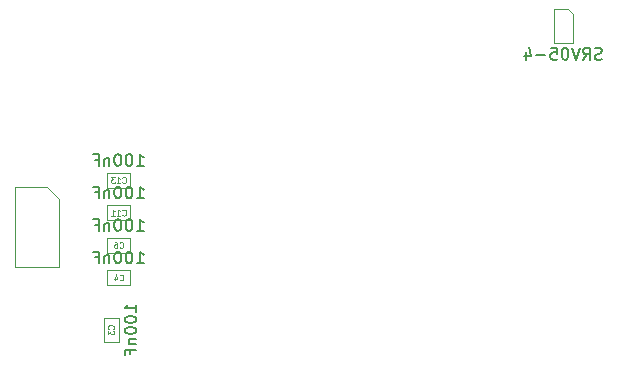
<source format=gbr>
%TF.GenerationSoftware,KiCad,Pcbnew,9.0.2*%
%TF.CreationDate,2025-09-24T13:25:18+05:30*%
%TF.ProjectId,UNO STEMc3.1,554e4f20-5354-4454-9d63-332e312e6b69,rev?*%
%TF.SameCoordinates,Original*%
%TF.FileFunction,AssemblyDrawing,Bot*%
%FSLAX46Y46*%
G04 Gerber Fmt 4.6, Leading zero omitted, Abs format (unit mm)*
G04 Created by KiCad (PCBNEW 9.0.2) date 2025-09-24 13:25:18*
%MOMM*%
%LPD*%
G01*
G04 APERTURE LIST*
%ADD10C,0.150000*%
%ADD11C,0.080000*%
%ADD12C,0.100000*%
G04 APERTURE END LIST*
D10*
X90527619Y-113894819D02*
X91099047Y-113894819D01*
X90813333Y-113894819D02*
X90813333Y-112894819D01*
X90813333Y-112894819D02*
X90908571Y-113037676D01*
X90908571Y-113037676D02*
X91003809Y-113132914D01*
X91003809Y-113132914D02*
X91099047Y-113180533D01*
X89908571Y-112894819D02*
X89813333Y-112894819D01*
X89813333Y-112894819D02*
X89718095Y-112942438D01*
X89718095Y-112942438D02*
X89670476Y-112990057D01*
X89670476Y-112990057D02*
X89622857Y-113085295D01*
X89622857Y-113085295D02*
X89575238Y-113275771D01*
X89575238Y-113275771D02*
X89575238Y-113513866D01*
X89575238Y-113513866D02*
X89622857Y-113704342D01*
X89622857Y-113704342D02*
X89670476Y-113799580D01*
X89670476Y-113799580D02*
X89718095Y-113847200D01*
X89718095Y-113847200D02*
X89813333Y-113894819D01*
X89813333Y-113894819D02*
X89908571Y-113894819D01*
X89908571Y-113894819D02*
X90003809Y-113847200D01*
X90003809Y-113847200D02*
X90051428Y-113799580D01*
X90051428Y-113799580D02*
X90099047Y-113704342D01*
X90099047Y-113704342D02*
X90146666Y-113513866D01*
X90146666Y-113513866D02*
X90146666Y-113275771D01*
X90146666Y-113275771D02*
X90099047Y-113085295D01*
X90099047Y-113085295D02*
X90051428Y-112990057D01*
X90051428Y-112990057D02*
X90003809Y-112942438D01*
X90003809Y-112942438D02*
X89908571Y-112894819D01*
X88956190Y-112894819D02*
X88860952Y-112894819D01*
X88860952Y-112894819D02*
X88765714Y-112942438D01*
X88765714Y-112942438D02*
X88718095Y-112990057D01*
X88718095Y-112990057D02*
X88670476Y-113085295D01*
X88670476Y-113085295D02*
X88622857Y-113275771D01*
X88622857Y-113275771D02*
X88622857Y-113513866D01*
X88622857Y-113513866D02*
X88670476Y-113704342D01*
X88670476Y-113704342D02*
X88718095Y-113799580D01*
X88718095Y-113799580D02*
X88765714Y-113847200D01*
X88765714Y-113847200D02*
X88860952Y-113894819D01*
X88860952Y-113894819D02*
X88956190Y-113894819D01*
X88956190Y-113894819D02*
X89051428Y-113847200D01*
X89051428Y-113847200D02*
X89099047Y-113799580D01*
X89099047Y-113799580D02*
X89146666Y-113704342D01*
X89146666Y-113704342D02*
X89194285Y-113513866D01*
X89194285Y-113513866D02*
X89194285Y-113275771D01*
X89194285Y-113275771D02*
X89146666Y-113085295D01*
X89146666Y-113085295D02*
X89099047Y-112990057D01*
X89099047Y-112990057D02*
X89051428Y-112942438D01*
X89051428Y-112942438D02*
X88956190Y-112894819D01*
X88194285Y-113228152D02*
X88194285Y-113894819D01*
X88194285Y-113323390D02*
X88146666Y-113275771D01*
X88146666Y-113275771D02*
X88051428Y-113228152D01*
X88051428Y-113228152D02*
X87908571Y-113228152D01*
X87908571Y-113228152D02*
X87813333Y-113275771D01*
X87813333Y-113275771D02*
X87765714Y-113371009D01*
X87765714Y-113371009D02*
X87765714Y-113894819D01*
X86956190Y-113371009D02*
X87289523Y-113371009D01*
X87289523Y-113894819D02*
X87289523Y-112894819D01*
X87289523Y-112894819D02*
X86813333Y-112894819D01*
D11*
X89063333Y-115299530D02*
X89087142Y-115323340D01*
X89087142Y-115323340D02*
X89158571Y-115347149D01*
X89158571Y-115347149D02*
X89206190Y-115347149D01*
X89206190Y-115347149D02*
X89277618Y-115323340D01*
X89277618Y-115323340D02*
X89325237Y-115275720D01*
X89325237Y-115275720D02*
X89349047Y-115228101D01*
X89349047Y-115228101D02*
X89372856Y-115132863D01*
X89372856Y-115132863D02*
X89372856Y-115061435D01*
X89372856Y-115061435D02*
X89349047Y-114966197D01*
X89349047Y-114966197D02*
X89325237Y-114918578D01*
X89325237Y-114918578D02*
X89277618Y-114870959D01*
X89277618Y-114870959D02*
X89206190Y-114847149D01*
X89206190Y-114847149D02*
X89158571Y-114847149D01*
X89158571Y-114847149D02*
X89087142Y-114870959D01*
X89087142Y-114870959D02*
X89063333Y-114894768D01*
X88634761Y-114847149D02*
X88729999Y-114847149D01*
X88729999Y-114847149D02*
X88777618Y-114870959D01*
X88777618Y-114870959D02*
X88801428Y-114894768D01*
X88801428Y-114894768D02*
X88849047Y-114966197D01*
X88849047Y-114966197D02*
X88872856Y-115061435D01*
X88872856Y-115061435D02*
X88872856Y-115251911D01*
X88872856Y-115251911D02*
X88849047Y-115299530D01*
X88849047Y-115299530D02*
X88825237Y-115323340D01*
X88825237Y-115323340D02*
X88777618Y-115347149D01*
X88777618Y-115347149D02*
X88682380Y-115347149D01*
X88682380Y-115347149D02*
X88634761Y-115323340D01*
X88634761Y-115323340D02*
X88610952Y-115299530D01*
X88610952Y-115299530D02*
X88587142Y-115251911D01*
X88587142Y-115251911D02*
X88587142Y-115132863D01*
X88587142Y-115132863D02*
X88610952Y-115085244D01*
X88610952Y-115085244D02*
X88634761Y-115061435D01*
X88634761Y-115061435D02*
X88682380Y-115037625D01*
X88682380Y-115037625D02*
X88777618Y-115037625D01*
X88777618Y-115037625D02*
X88825237Y-115061435D01*
X88825237Y-115061435D02*
X88849047Y-115085244D01*
X88849047Y-115085244D02*
X88872856Y-115132863D01*
D10*
X90527619Y-116644819D02*
X91099047Y-116644819D01*
X90813333Y-116644819D02*
X90813333Y-115644819D01*
X90813333Y-115644819D02*
X90908571Y-115787676D01*
X90908571Y-115787676D02*
X91003809Y-115882914D01*
X91003809Y-115882914D02*
X91099047Y-115930533D01*
X89908571Y-115644819D02*
X89813333Y-115644819D01*
X89813333Y-115644819D02*
X89718095Y-115692438D01*
X89718095Y-115692438D02*
X89670476Y-115740057D01*
X89670476Y-115740057D02*
X89622857Y-115835295D01*
X89622857Y-115835295D02*
X89575238Y-116025771D01*
X89575238Y-116025771D02*
X89575238Y-116263866D01*
X89575238Y-116263866D02*
X89622857Y-116454342D01*
X89622857Y-116454342D02*
X89670476Y-116549580D01*
X89670476Y-116549580D02*
X89718095Y-116597200D01*
X89718095Y-116597200D02*
X89813333Y-116644819D01*
X89813333Y-116644819D02*
X89908571Y-116644819D01*
X89908571Y-116644819D02*
X90003809Y-116597200D01*
X90003809Y-116597200D02*
X90051428Y-116549580D01*
X90051428Y-116549580D02*
X90099047Y-116454342D01*
X90099047Y-116454342D02*
X90146666Y-116263866D01*
X90146666Y-116263866D02*
X90146666Y-116025771D01*
X90146666Y-116025771D02*
X90099047Y-115835295D01*
X90099047Y-115835295D02*
X90051428Y-115740057D01*
X90051428Y-115740057D02*
X90003809Y-115692438D01*
X90003809Y-115692438D02*
X89908571Y-115644819D01*
X88956190Y-115644819D02*
X88860952Y-115644819D01*
X88860952Y-115644819D02*
X88765714Y-115692438D01*
X88765714Y-115692438D02*
X88718095Y-115740057D01*
X88718095Y-115740057D02*
X88670476Y-115835295D01*
X88670476Y-115835295D02*
X88622857Y-116025771D01*
X88622857Y-116025771D02*
X88622857Y-116263866D01*
X88622857Y-116263866D02*
X88670476Y-116454342D01*
X88670476Y-116454342D02*
X88718095Y-116549580D01*
X88718095Y-116549580D02*
X88765714Y-116597200D01*
X88765714Y-116597200D02*
X88860952Y-116644819D01*
X88860952Y-116644819D02*
X88956190Y-116644819D01*
X88956190Y-116644819D02*
X89051428Y-116597200D01*
X89051428Y-116597200D02*
X89099047Y-116549580D01*
X89099047Y-116549580D02*
X89146666Y-116454342D01*
X89146666Y-116454342D02*
X89194285Y-116263866D01*
X89194285Y-116263866D02*
X89194285Y-116025771D01*
X89194285Y-116025771D02*
X89146666Y-115835295D01*
X89146666Y-115835295D02*
X89099047Y-115740057D01*
X89099047Y-115740057D02*
X89051428Y-115692438D01*
X89051428Y-115692438D02*
X88956190Y-115644819D01*
X88194285Y-115978152D02*
X88194285Y-116644819D01*
X88194285Y-116073390D02*
X88146666Y-116025771D01*
X88146666Y-116025771D02*
X88051428Y-115978152D01*
X88051428Y-115978152D02*
X87908571Y-115978152D01*
X87908571Y-115978152D02*
X87813333Y-116025771D01*
X87813333Y-116025771D02*
X87765714Y-116121009D01*
X87765714Y-116121009D02*
X87765714Y-116644819D01*
X86956190Y-116121009D02*
X87289523Y-116121009D01*
X87289523Y-116644819D02*
X87289523Y-115644819D01*
X87289523Y-115644819D02*
X86813333Y-115644819D01*
D11*
X89063333Y-118049530D02*
X89087142Y-118073340D01*
X89087142Y-118073340D02*
X89158571Y-118097149D01*
X89158571Y-118097149D02*
X89206190Y-118097149D01*
X89206190Y-118097149D02*
X89277618Y-118073340D01*
X89277618Y-118073340D02*
X89325237Y-118025720D01*
X89325237Y-118025720D02*
X89349047Y-117978101D01*
X89349047Y-117978101D02*
X89372856Y-117882863D01*
X89372856Y-117882863D02*
X89372856Y-117811435D01*
X89372856Y-117811435D02*
X89349047Y-117716197D01*
X89349047Y-117716197D02*
X89325237Y-117668578D01*
X89325237Y-117668578D02*
X89277618Y-117620959D01*
X89277618Y-117620959D02*
X89206190Y-117597149D01*
X89206190Y-117597149D02*
X89158571Y-117597149D01*
X89158571Y-117597149D02*
X89087142Y-117620959D01*
X89087142Y-117620959D02*
X89063333Y-117644768D01*
X88634761Y-117763816D02*
X88634761Y-118097149D01*
X88753809Y-117573340D02*
X88872856Y-117930482D01*
X88872856Y-117930482D02*
X88563333Y-117930482D01*
D10*
X129874404Y-99357200D02*
X129731547Y-99404819D01*
X129731547Y-99404819D02*
X129493452Y-99404819D01*
X129493452Y-99404819D02*
X129398214Y-99357200D01*
X129398214Y-99357200D02*
X129350595Y-99309580D01*
X129350595Y-99309580D02*
X129302976Y-99214342D01*
X129302976Y-99214342D02*
X129302976Y-99119104D01*
X129302976Y-99119104D02*
X129350595Y-99023866D01*
X129350595Y-99023866D02*
X129398214Y-98976247D01*
X129398214Y-98976247D02*
X129493452Y-98928628D01*
X129493452Y-98928628D02*
X129683928Y-98881009D01*
X129683928Y-98881009D02*
X129779166Y-98833390D01*
X129779166Y-98833390D02*
X129826785Y-98785771D01*
X129826785Y-98785771D02*
X129874404Y-98690533D01*
X129874404Y-98690533D02*
X129874404Y-98595295D01*
X129874404Y-98595295D02*
X129826785Y-98500057D01*
X129826785Y-98500057D02*
X129779166Y-98452438D01*
X129779166Y-98452438D02*
X129683928Y-98404819D01*
X129683928Y-98404819D02*
X129445833Y-98404819D01*
X129445833Y-98404819D02*
X129302976Y-98452438D01*
X128302976Y-99404819D02*
X128636309Y-98928628D01*
X128874404Y-99404819D02*
X128874404Y-98404819D01*
X128874404Y-98404819D02*
X128493452Y-98404819D01*
X128493452Y-98404819D02*
X128398214Y-98452438D01*
X128398214Y-98452438D02*
X128350595Y-98500057D01*
X128350595Y-98500057D02*
X128302976Y-98595295D01*
X128302976Y-98595295D02*
X128302976Y-98738152D01*
X128302976Y-98738152D02*
X128350595Y-98833390D01*
X128350595Y-98833390D02*
X128398214Y-98881009D01*
X128398214Y-98881009D02*
X128493452Y-98928628D01*
X128493452Y-98928628D02*
X128874404Y-98928628D01*
X128017261Y-98404819D02*
X127683928Y-99404819D01*
X127683928Y-99404819D02*
X127350595Y-98404819D01*
X126826785Y-98404819D02*
X126731547Y-98404819D01*
X126731547Y-98404819D02*
X126636309Y-98452438D01*
X126636309Y-98452438D02*
X126588690Y-98500057D01*
X126588690Y-98500057D02*
X126541071Y-98595295D01*
X126541071Y-98595295D02*
X126493452Y-98785771D01*
X126493452Y-98785771D02*
X126493452Y-99023866D01*
X126493452Y-99023866D02*
X126541071Y-99214342D01*
X126541071Y-99214342D02*
X126588690Y-99309580D01*
X126588690Y-99309580D02*
X126636309Y-99357200D01*
X126636309Y-99357200D02*
X126731547Y-99404819D01*
X126731547Y-99404819D02*
X126826785Y-99404819D01*
X126826785Y-99404819D02*
X126922023Y-99357200D01*
X126922023Y-99357200D02*
X126969642Y-99309580D01*
X126969642Y-99309580D02*
X127017261Y-99214342D01*
X127017261Y-99214342D02*
X127064880Y-99023866D01*
X127064880Y-99023866D02*
X127064880Y-98785771D01*
X127064880Y-98785771D02*
X127017261Y-98595295D01*
X127017261Y-98595295D02*
X126969642Y-98500057D01*
X126969642Y-98500057D02*
X126922023Y-98452438D01*
X126922023Y-98452438D02*
X126826785Y-98404819D01*
X125588690Y-98404819D02*
X126064880Y-98404819D01*
X126064880Y-98404819D02*
X126112499Y-98881009D01*
X126112499Y-98881009D02*
X126064880Y-98833390D01*
X126064880Y-98833390D02*
X125969642Y-98785771D01*
X125969642Y-98785771D02*
X125731547Y-98785771D01*
X125731547Y-98785771D02*
X125636309Y-98833390D01*
X125636309Y-98833390D02*
X125588690Y-98881009D01*
X125588690Y-98881009D02*
X125541071Y-98976247D01*
X125541071Y-98976247D02*
X125541071Y-99214342D01*
X125541071Y-99214342D02*
X125588690Y-99309580D01*
X125588690Y-99309580D02*
X125636309Y-99357200D01*
X125636309Y-99357200D02*
X125731547Y-99404819D01*
X125731547Y-99404819D02*
X125969642Y-99404819D01*
X125969642Y-99404819D02*
X126064880Y-99357200D01*
X126064880Y-99357200D02*
X126112499Y-99309580D01*
X125112499Y-99023866D02*
X124350595Y-99023866D01*
X123445833Y-98738152D02*
X123445833Y-99404819D01*
X123683928Y-98357200D02*
X123922023Y-99071485D01*
X123922023Y-99071485D02*
X123302976Y-99071485D01*
X90484819Y-120727380D02*
X90484819Y-120155952D01*
X90484819Y-120441666D02*
X89484819Y-120441666D01*
X89484819Y-120441666D02*
X89627676Y-120346428D01*
X89627676Y-120346428D02*
X89722914Y-120251190D01*
X89722914Y-120251190D02*
X89770533Y-120155952D01*
X89484819Y-121346428D02*
X89484819Y-121441666D01*
X89484819Y-121441666D02*
X89532438Y-121536904D01*
X89532438Y-121536904D02*
X89580057Y-121584523D01*
X89580057Y-121584523D02*
X89675295Y-121632142D01*
X89675295Y-121632142D02*
X89865771Y-121679761D01*
X89865771Y-121679761D02*
X90103866Y-121679761D01*
X90103866Y-121679761D02*
X90294342Y-121632142D01*
X90294342Y-121632142D02*
X90389580Y-121584523D01*
X90389580Y-121584523D02*
X90437200Y-121536904D01*
X90437200Y-121536904D02*
X90484819Y-121441666D01*
X90484819Y-121441666D02*
X90484819Y-121346428D01*
X90484819Y-121346428D02*
X90437200Y-121251190D01*
X90437200Y-121251190D02*
X90389580Y-121203571D01*
X90389580Y-121203571D02*
X90294342Y-121155952D01*
X90294342Y-121155952D02*
X90103866Y-121108333D01*
X90103866Y-121108333D02*
X89865771Y-121108333D01*
X89865771Y-121108333D02*
X89675295Y-121155952D01*
X89675295Y-121155952D02*
X89580057Y-121203571D01*
X89580057Y-121203571D02*
X89532438Y-121251190D01*
X89532438Y-121251190D02*
X89484819Y-121346428D01*
X89484819Y-122298809D02*
X89484819Y-122394047D01*
X89484819Y-122394047D02*
X89532438Y-122489285D01*
X89532438Y-122489285D02*
X89580057Y-122536904D01*
X89580057Y-122536904D02*
X89675295Y-122584523D01*
X89675295Y-122584523D02*
X89865771Y-122632142D01*
X89865771Y-122632142D02*
X90103866Y-122632142D01*
X90103866Y-122632142D02*
X90294342Y-122584523D01*
X90294342Y-122584523D02*
X90389580Y-122536904D01*
X90389580Y-122536904D02*
X90437200Y-122489285D01*
X90437200Y-122489285D02*
X90484819Y-122394047D01*
X90484819Y-122394047D02*
X90484819Y-122298809D01*
X90484819Y-122298809D02*
X90437200Y-122203571D01*
X90437200Y-122203571D02*
X90389580Y-122155952D01*
X90389580Y-122155952D02*
X90294342Y-122108333D01*
X90294342Y-122108333D02*
X90103866Y-122060714D01*
X90103866Y-122060714D02*
X89865771Y-122060714D01*
X89865771Y-122060714D02*
X89675295Y-122108333D01*
X89675295Y-122108333D02*
X89580057Y-122155952D01*
X89580057Y-122155952D02*
X89532438Y-122203571D01*
X89532438Y-122203571D02*
X89484819Y-122298809D01*
X89818152Y-123060714D02*
X90484819Y-123060714D01*
X89913390Y-123060714D02*
X89865771Y-123108333D01*
X89865771Y-123108333D02*
X89818152Y-123203571D01*
X89818152Y-123203571D02*
X89818152Y-123346428D01*
X89818152Y-123346428D02*
X89865771Y-123441666D01*
X89865771Y-123441666D02*
X89961009Y-123489285D01*
X89961009Y-123489285D02*
X90484819Y-123489285D01*
X89961009Y-124298809D02*
X89961009Y-123965476D01*
X90484819Y-123965476D02*
X89484819Y-123965476D01*
X89484819Y-123965476D02*
X89484819Y-124441666D01*
D11*
X88529530Y-122191666D02*
X88553340Y-122167857D01*
X88553340Y-122167857D02*
X88577149Y-122096428D01*
X88577149Y-122096428D02*
X88577149Y-122048809D01*
X88577149Y-122048809D02*
X88553340Y-121977381D01*
X88553340Y-121977381D02*
X88505720Y-121929762D01*
X88505720Y-121929762D02*
X88458101Y-121905952D01*
X88458101Y-121905952D02*
X88362863Y-121882143D01*
X88362863Y-121882143D02*
X88291435Y-121882143D01*
X88291435Y-121882143D02*
X88196197Y-121905952D01*
X88196197Y-121905952D02*
X88148578Y-121929762D01*
X88148578Y-121929762D02*
X88100959Y-121977381D01*
X88100959Y-121977381D02*
X88077149Y-122048809D01*
X88077149Y-122048809D02*
X88077149Y-122096428D01*
X88077149Y-122096428D02*
X88100959Y-122167857D01*
X88100959Y-122167857D02*
X88124768Y-122191666D01*
X88077149Y-122358333D02*
X88077149Y-122667857D01*
X88077149Y-122667857D02*
X88267625Y-122501190D01*
X88267625Y-122501190D02*
X88267625Y-122572619D01*
X88267625Y-122572619D02*
X88291435Y-122620238D01*
X88291435Y-122620238D02*
X88315244Y-122644047D01*
X88315244Y-122644047D02*
X88362863Y-122667857D01*
X88362863Y-122667857D02*
X88481911Y-122667857D01*
X88481911Y-122667857D02*
X88529530Y-122644047D01*
X88529530Y-122644047D02*
X88553340Y-122620238D01*
X88553340Y-122620238D02*
X88577149Y-122572619D01*
X88577149Y-122572619D02*
X88577149Y-122429762D01*
X88577149Y-122429762D02*
X88553340Y-122382143D01*
X88553340Y-122382143D02*
X88529530Y-122358333D01*
D10*
X90527619Y-108394819D02*
X91099047Y-108394819D01*
X90813333Y-108394819D02*
X90813333Y-107394819D01*
X90813333Y-107394819D02*
X90908571Y-107537676D01*
X90908571Y-107537676D02*
X91003809Y-107632914D01*
X91003809Y-107632914D02*
X91099047Y-107680533D01*
X89908571Y-107394819D02*
X89813333Y-107394819D01*
X89813333Y-107394819D02*
X89718095Y-107442438D01*
X89718095Y-107442438D02*
X89670476Y-107490057D01*
X89670476Y-107490057D02*
X89622857Y-107585295D01*
X89622857Y-107585295D02*
X89575238Y-107775771D01*
X89575238Y-107775771D02*
X89575238Y-108013866D01*
X89575238Y-108013866D02*
X89622857Y-108204342D01*
X89622857Y-108204342D02*
X89670476Y-108299580D01*
X89670476Y-108299580D02*
X89718095Y-108347200D01*
X89718095Y-108347200D02*
X89813333Y-108394819D01*
X89813333Y-108394819D02*
X89908571Y-108394819D01*
X89908571Y-108394819D02*
X90003809Y-108347200D01*
X90003809Y-108347200D02*
X90051428Y-108299580D01*
X90051428Y-108299580D02*
X90099047Y-108204342D01*
X90099047Y-108204342D02*
X90146666Y-108013866D01*
X90146666Y-108013866D02*
X90146666Y-107775771D01*
X90146666Y-107775771D02*
X90099047Y-107585295D01*
X90099047Y-107585295D02*
X90051428Y-107490057D01*
X90051428Y-107490057D02*
X90003809Y-107442438D01*
X90003809Y-107442438D02*
X89908571Y-107394819D01*
X88956190Y-107394819D02*
X88860952Y-107394819D01*
X88860952Y-107394819D02*
X88765714Y-107442438D01*
X88765714Y-107442438D02*
X88718095Y-107490057D01*
X88718095Y-107490057D02*
X88670476Y-107585295D01*
X88670476Y-107585295D02*
X88622857Y-107775771D01*
X88622857Y-107775771D02*
X88622857Y-108013866D01*
X88622857Y-108013866D02*
X88670476Y-108204342D01*
X88670476Y-108204342D02*
X88718095Y-108299580D01*
X88718095Y-108299580D02*
X88765714Y-108347200D01*
X88765714Y-108347200D02*
X88860952Y-108394819D01*
X88860952Y-108394819D02*
X88956190Y-108394819D01*
X88956190Y-108394819D02*
X89051428Y-108347200D01*
X89051428Y-108347200D02*
X89099047Y-108299580D01*
X89099047Y-108299580D02*
X89146666Y-108204342D01*
X89146666Y-108204342D02*
X89194285Y-108013866D01*
X89194285Y-108013866D02*
X89194285Y-107775771D01*
X89194285Y-107775771D02*
X89146666Y-107585295D01*
X89146666Y-107585295D02*
X89099047Y-107490057D01*
X89099047Y-107490057D02*
X89051428Y-107442438D01*
X89051428Y-107442438D02*
X88956190Y-107394819D01*
X88194285Y-107728152D02*
X88194285Y-108394819D01*
X88194285Y-107823390D02*
X88146666Y-107775771D01*
X88146666Y-107775771D02*
X88051428Y-107728152D01*
X88051428Y-107728152D02*
X87908571Y-107728152D01*
X87908571Y-107728152D02*
X87813333Y-107775771D01*
X87813333Y-107775771D02*
X87765714Y-107871009D01*
X87765714Y-107871009D02*
X87765714Y-108394819D01*
X86956190Y-107871009D02*
X87289523Y-107871009D01*
X87289523Y-108394819D02*
X87289523Y-107394819D01*
X87289523Y-107394819D02*
X86813333Y-107394819D01*
D11*
X89301428Y-109799530D02*
X89325237Y-109823340D01*
X89325237Y-109823340D02*
X89396666Y-109847149D01*
X89396666Y-109847149D02*
X89444285Y-109847149D01*
X89444285Y-109847149D02*
X89515713Y-109823340D01*
X89515713Y-109823340D02*
X89563332Y-109775720D01*
X89563332Y-109775720D02*
X89587142Y-109728101D01*
X89587142Y-109728101D02*
X89610951Y-109632863D01*
X89610951Y-109632863D02*
X89610951Y-109561435D01*
X89610951Y-109561435D02*
X89587142Y-109466197D01*
X89587142Y-109466197D02*
X89563332Y-109418578D01*
X89563332Y-109418578D02*
X89515713Y-109370959D01*
X89515713Y-109370959D02*
X89444285Y-109347149D01*
X89444285Y-109347149D02*
X89396666Y-109347149D01*
X89396666Y-109347149D02*
X89325237Y-109370959D01*
X89325237Y-109370959D02*
X89301428Y-109394768D01*
X88825237Y-109847149D02*
X89110951Y-109847149D01*
X88968094Y-109847149D02*
X88968094Y-109347149D01*
X88968094Y-109347149D02*
X89015713Y-109418578D01*
X89015713Y-109418578D02*
X89063332Y-109466197D01*
X89063332Y-109466197D02*
X89110951Y-109490006D01*
X88658571Y-109347149D02*
X88349047Y-109347149D01*
X88349047Y-109347149D02*
X88515714Y-109537625D01*
X88515714Y-109537625D02*
X88444285Y-109537625D01*
X88444285Y-109537625D02*
X88396666Y-109561435D01*
X88396666Y-109561435D02*
X88372857Y-109585244D01*
X88372857Y-109585244D02*
X88349047Y-109632863D01*
X88349047Y-109632863D02*
X88349047Y-109751911D01*
X88349047Y-109751911D02*
X88372857Y-109799530D01*
X88372857Y-109799530D02*
X88396666Y-109823340D01*
X88396666Y-109823340D02*
X88444285Y-109847149D01*
X88444285Y-109847149D02*
X88587142Y-109847149D01*
X88587142Y-109847149D02*
X88634761Y-109823340D01*
X88634761Y-109823340D02*
X88658571Y-109799530D01*
D10*
X90527619Y-111144819D02*
X91099047Y-111144819D01*
X90813333Y-111144819D02*
X90813333Y-110144819D01*
X90813333Y-110144819D02*
X90908571Y-110287676D01*
X90908571Y-110287676D02*
X91003809Y-110382914D01*
X91003809Y-110382914D02*
X91099047Y-110430533D01*
X89908571Y-110144819D02*
X89813333Y-110144819D01*
X89813333Y-110144819D02*
X89718095Y-110192438D01*
X89718095Y-110192438D02*
X89670476Y-110240057D01*
X89670476Y-110240057D02*
X89622857Y-110335295D01*
X89622857Y-110335295D02*
X89575238Y-110525771D01*
X89575238Y-110525771D02*
X89575238Y-110763866D01*
X89575238Y-110763866D02*
X89622857Y-110954342D01*
X89622857Y-110954342D02*
X89670476Y-111049580D01*
X89670476Y-111049580D02*
X89718095Y-111097200D01*
X89718095Y-111097200D02*
X89813333Y-111144819D01*
X89813333Y-111144819D02*
X89908571Y-111144819D01*
X89908571Y-111144819D02*
X90003809Y-111097200D01*
X90003809Y-111097200D02*
X90051428Y-111049580D01*
X90051428Y-111049580D02*
X90099047Y-110954342D01*
X90099047Y-110954342D02*
X90146666Y-110763866D01*
X90146666Y-110763866D02*
X90146666Y-110525771D01*
X90146666Y-110525771D02*
X90099047Y-110335295D01*
X90099047Y-110335295D02*
X90051428Y-110240057D01*
X90051428Y-110240057D02*
X90003809Y-110192438D01*
X90003809Y-110192438D02*
X89908571Y-110144819D01*
X88956190Y-110144819D02*
X88860952Y-110144819D01*
X88860952Y-110144819D02*
X88765714Y-110192438D01*
X88765714Y-110192438D02*
X88718095Y-110240057D01*
X88718095Y-110240057D02*
X88670476Y-110335295D01*
X88670476Y-110335295D02*
X88622857Y-110525771D01*
X88622857Y-110525771D02*
X88622857Y-110763866D01*
X88622857Y-110763866D02*
X88670476Y-110954342D01*
X88670476Y-110954342D02*
X88718095Y-111049580D01*
X88718095Y-111049580D02*
X88765714Y-111097200D01*
X88765714Y-111097200D02*
X88860952Y-111144819D01*
X88860952Y-111144819D02*
X88956190Y-111144819D01*
X88956190Y-111144819D02*
X89051428Y-111097200D01*
X89051428Y-111097200D02*
X89099047Y-111049580D01*
X89099047Y-111049580D02*
X89146666Y-110954342D01*
X89146666Y-110954342D02*
X89194285Y-110763866D01*
X89194285Y-110763866D02*
X89194285Y-110525771D01*
X89194285Y-110525771D02*
X89146666Y-110335295D01*
X89146666Y-110335295D02*
X89099047Y-110240057D01*
X89099047Y-110240057D02*
X89051428Y-110192438D01*
X89051428Y-110192438D02*
X88956190Y-110144819D01*
X88194285Y-110478152D02*
X88194285Y-111144819D01*
X88194285Y-110573390D02*
X88146666Y-110525771D01*
X88146666Y-110525771D02*
X88051428Y-110478152D01*
X88051428Y-110478152D02*
X87908571Y-110478152D01*
X87908571Y-110478152D02*
X87813333Y-110525771D01*
X87813333Y-110525771D02*
X87765714Y-110621009D01*
X87765714Y-110621009D02*
X87765714Y-111144819D01*
X86956190Y-110621009D02*
X87289523Y-110621009D01*
X87289523Y-111144819D02*
X87289523Y-110144819D01*
X87289523Y-110144819D02*
X86813333Y-110144819D01*
D11*
X89301428Y-112549530D02*
X89325237Y-112573340D01*
X89325237Y-112573340D02*
X89396666Y-112597149D01*
X89396666Y-112597149D02*
X89444285Y-112597149D01*
X89444285Y-112597149D02*
X89515713Y-112573340D01*
X89515713Y-112573340D02*
X89563332Y-112525720D01*
X89563332Y-112525720D02*
X89587142Y-112478101D01*
X89587142Y-112478101D02*
X89610951Y-112382863D01*
X89610951Y-112382863D02*
X89610951Y-112311435D01*
X89610951Y-112311435D02*
X89587142Y-112216197D01*
X89587142Y-112216197D02*
X89563332Y-112168578D01*
X89563332Y-112168578D02*
X89515713Y-112120959D01*
X89515713Y-112120959D02*
X89444285Y-112097149D01*
X89444285Y-112097149D02*
X89396666Y-112097149D01*
X89396666Y-112097149D02*
X89325237Y-112120959D01*
X89325237Y-112120959D02*
X89301428Y-112144768D01*
X88825237Y-112597149D02*
X89110951Y-112597149D01*
X88968094Y-112597149D02*
X88968094Y-112097149D01*
X88968094Y-112097149D02*
X89015713Y-112168578D01*
X89015713Y-112168578D02*
X89063332Y-112216197D01*
X89063332Y-112216197D02*
X89110951Y-112240006D01*
X88349047Y-112597149D02*
X88634761Y-112597149D01*
X88491904Y-112597149D02*
X88491904Y-112097149D01*
X88491904Y-112097149D02*
X88539523Y-112168578D01*
X88539523Y-112168578D02*
X88587142Y-112216197D01*
X88587142Y-112216197D02*
X88634761Y-112240006D01*
D12*
%TO.C,C6*%
X87980000Y-114495000D02*
X87980000Y-115745000D01*
X87980000Y-115745000D02*
X89980000Y-115745000D01*
X89980000Y-114495000D02*
X87980000Y-114495000D01*
X89980000Y-115745000D02*
X89980000Y-114495000D01*
%TO.C,C4*%
X87980000Y-117245000D02*
X87980000Y-118495000D01*
X87980000Y-118495000D02*
X89980000Y-118495000D01*
X89980000Y-117245000D02*
X87980000Y-117245000D01*
X89980000Y-118495000D02*
X89980000Y-117245000D01*
%TO.C,U3*%
X80230000Y-110220000D02*
X80230000Y-116920000D01*
X82930000Y-110220000D02*
X80230000Y-110220000D01*
X83930000Y-111220000D02*
X82930000Y-110220000D01*
X83930000Y-111220000D02*
X83930000Y-116920000D01*
X83930000Y-116920000D02*
X80230000Y-116920000D01*
%TO.C,U4*%
X125812500Y-95100000D02*
X125812500Y-98000000D01*
X125812500Y-98000000D02*
X127412500Y-98000000D01*
X127012500Y-95100000D02*
X125812500Y-95100000D01*
X127412500Y-95500000D02*
X127012500Y-95100000D01*
X127412500Y-98000000D02*
X127412500Y-95500000D01*
%TO.C,C3*%
X87725000Y-121275000D02*
X87725000Y-123275000D01*
X87725000Y-123275000D02*
X88975000Y-123275000D01*
X88975000Y-121275000D02*
X87725000Y-121275000D01*
X88975000Y-123275000D02*
X88975000Y-121275000D01*
%TO.C,C13*%
X87980000Y-108995000D02*
X87980000Y-110245000D01*
X87980000Y-110245000D02*
X89980000Y-110245000D01*
X89980000Y-108995000D02*
X87980000Y-108995000D01*
X89980000Y-110245000D02*
X89980000Y-108995000D01*
%TO.C,C11*%
X87980000Y-111745000D02*
X87980000Y-112995000D01*
X87980000Y-112995000D02*
X89980000Y-112995000D01*
X89980000Y-111745000D02*
X87980000Y-111745000D01*
X89980000Y-112995000D02*
X89980000Y-111745000D01*
%TD*%
M02*

</source>
